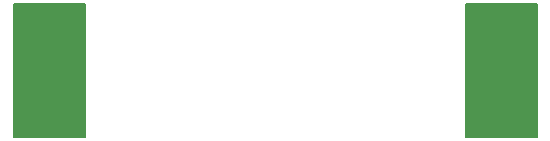
<source format=gbr>
%TF.GenerationSoftware,KiCad,Pcbnew,(6.0.10)*%
%TF.CreationDate,2023-05-07T22:18:59+03:00*%
%TF.ProjectId,Filter,46696c74-6572-42e6-9b69-6361645f7063,rev?*%
%TF.SameCoordinates,Original*%
%TF.FileFunction,Soldermask,Bot*%
%TF.FilePolarity,Negative*%
%FSLAX46Y46*%
G04 Gerber Fmt 4.6, Leading zero omitted, Abs format (unit mm)*
G04 Created by KiCad (PCBNEW (6.0.10)) date 2023-05-07 22:18:59*
%MOMM*%
%LPD*%
G01*
G04 APERTURE LIST*
%ADD10C,0.150000*%
%ADD11R,5.080000X1.500000*%
G04 APERTURE END LIST*
D10*
X123750000Y-109750000D02*
X117750000Y-109750000D01*
X117750000Y-109750000D02*
X117750000Y-98500000D01*
X117750000Y-98500000D02*
X123750000Y-98500000D01*
X123750000Y-98500000D02*
X123750000Y-109750000D01*
G36*
X123750000Y-109750000D02*
G01*
X117750000Y-109750000D01*
X117750000Y-98500000D01*
X123750000Y-98500000D01*
X123750000Y-109750000D01*
G37*
X156000000Y-98500000D02*
X162000000Y-98500000D01*
X162000000Y-98500000D02*
X162000000Y-109750000D01*
X162000000Y-109750000D02*
X156000000Y-109750000D01*
X156000000Y-109750000D02*
X156000000Y-98500000D01*
G36*
X156000000Y-98500000D02*
G01*
X162000000Y-98500000D01*
X162000000Y-109750000D01*
X156000000Y-109750000D01*
X156000000Y-98500000D01*
G37*
D11*
%TO.C,J1*%
X120600000Y-108450000D03*
X120600000Y-99950000D03*
%TD*%
%TO.C,J2*%
X159050000Y-108400000D03*
X159050000Y-99900000D03*
%TD*%
M02*

</source>
